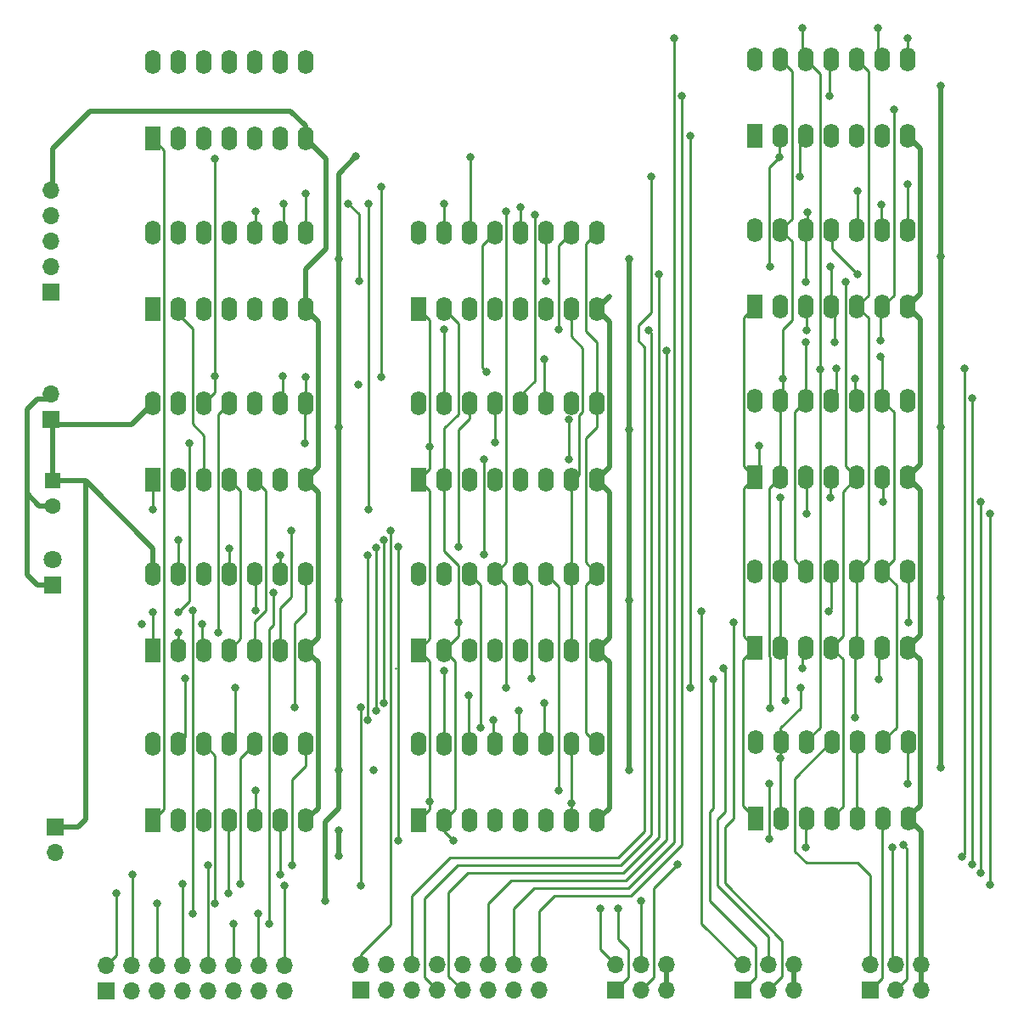
<source format=gbr>
%TF.GenerationSoftware,KiCad,Pcbnew,(5.1.9)-1*%
%TF.CreationDate,2022-04-24T21:01:57-04:00*%
%TF.ProjectId,exorcisortry2,65786f72-6369-4736-9f72-747279322e6b,rev?*%
%TF.SameCoordinates,Original*%
%TF.FileFunction,Copper,L2,Bot*%
%TF.FilePolarity,Positive*%
%FSLAX46Y46*%
G04 Gerber Fmt 4.6, Leading zero omitted, Abs format (unit mm)*
G04 Created by KiCad (PCBNEW (5.1.9)-1) date 2022-04-24 21:01:57*
%MOMM*%
%LPD*%
G01*
G04 APERTURE LIST*
%TA.AperFunction,ComponentPad*%
%ADD10O,1.700000X1.700000*%
%TD*%
%TA.AperFunction,ComponentPad*%
%ADD11R,1.700000X1.700000*%
%TD*%
%TA.AperFunction,ComponentPad*%
%ADD12R,1.800000X1.800000*%
%TD*%
%TA.AperFunction,ComponentPad*%
%ADD13C,1.800000*%
%TD*%
%TA.AperFunction,ComponentPad*%
%ADD14O,1.600000X2.400000*%
%TD*%
%TA.AperFunction,ComponentPad*%
%ADD15R,1.600000X2.400000*%
%TD*%
%TA.AperFunction,ComponentPad*%
%ADD16C,1.600000*%
%TD*%
%TA.AperFunction,ComponentPad*%
%ADD17R,1.600000X1.600000*%
%TD*%
%TA.AperFunction,ViaPad*%
%ADD18C,0.800000*%
%TD*%
%TA.AperFunction,Conductor*%
%ADD19C,0.500000*%
%TD*%
%TA.AperFunction,Conductor*%
%ADD20C,0.250000*%
%TD*%
G04 APERTURE END LIST*
D10*
%TO.P,J6,2*%
%TO.N,GND*%
X29210000Y-109220000D03*
D11*
%TO.P,J6,1*%
%TO.N,+5V*%
X29210000Y-106680000D03*
%TD*%
D12*
%TO.P,D1,1*%
%TO.N,GND*%
X28956000Y-82550000D03*
D13*
%TO.P,D1,2*%
%TO.N,Net-(D1-Pad2)*%
X28956000Y-80010000D03*
%TD*%
D10*
%TO.P,J5,5*%
%TO.N,GND*%
X28844000Y-43180000D03*
%TO.P,J5,4*%
%TO.N,CLOCK*%
X28844000Y-45720000D03*
%TO.P,J5,3*%
X28844000Y-48260000D03*
%TO.P,J5,2*%
%TO.N,START-STOP*%
X28844000Y-50800000D03*
D11*
%TO.P,J5,1*%
X28844000Y-53340000D03*
%TD*%
D10*
%TO.P,J4,2*%
%TO.N,GND*%
X28844000Y-63500000D03*
D11*
%TO.P,J4,1*%
%TO.N,+5V*%
X28844000Y-66040000D03*
%TD*%
D10*
%TO.P,J2T1,6*%
%TO.N,GND*%
X90170000Y-120396000D03*
%TO.P,J2T1,5*%
X90170000Y-122936000D03*
%TO.P,J2T1,4*%
%TO.N,J2-12*%
X87630000Y-120396000D03*
%TO.P,J2T1,3*%
%TO.N,J2-11*%
X87630000Y-122936000D03*
%TO.P,J2T1,2*%
%TO.N,J2-6*%
X85090000Y-120396000D03*
D11*
%TO.P,J2T1,1*%
%TO.N,J2-5*%
X85090000Y-122936000D03*
%TD*%
D10*
%TO.P,J2R1,6*%
%TO.N,GND*%
X102870000Y-120396000D03*
%TO.P,J2R1,5*%
X102870000Y-122936000D03*
%TO.P,J2R1,4*%
%TO.N,J2-14*%
X100330000Y-120396000D03*
%TO.P,J2R1,3*%
%TO.N,J2-13*%
X100330000Y-122936000D03*
%TO.P,J2R1,2*%
%TO.N,J2-4*%
X97790000Y-120396000D03*
D11*
%TO.P,J2R1,1*%
%TO.N,J2-3*%
X97790000Y-122936000D03*
%TD*%
D10*
%TO.P,J2N1,6*%
%TO.N,GND*%
X115570000Y-120396000D03*
%TO.P,J2N1,5*%
X115570000Y-122936000D03*
%TO.P,J2N1,4*%
%TO.N,J2-16*%
X113030000Y-120396000D03*
%TO.P,J2N1,3*%
%TO.N,J2-15*%
X113030000Y-122936000D03*
%TO.P,J2N1,2*%
%TO.N,J2-2*%
X110490000Y-120396000D03*
D11*
%TO.P,J2N1,1*%
%TO.N,J2-1*%
X110490000Y-122936000D03*
%TD*%
D14*
%TO.P,UA2,14*%
%TO.N,+5V*%
X99075000Y-98171000D03*
%TO.P,UA2,7*%
%TO.N,GND*%
X114315000Y-105791000D03*
%TO.P,UA2,13*%
%TO.N,Net-(UA2-Pad10)*%
X101615000Y-98171000D03*
%TO.P,UA2,6*%
%TO.N,J2-1*%
X111775000Y-105791000D03*
%TO.P,UA2,12*%
%TO.N,Net-(UA2-Pad12)*%
X104155000Y-98171000D03*
%TO.P,UA2,5*%
%TO.N,Net-(UA2-Pad10)*%
X109235000Y-105791000D03*
%TO.P,UA2,11*%
%TO.N,J2-2*%
X106695000Y-98171000D03*
%TO.P,UA2,4*%
%TO.N,Net-(UA2-Pad4)*%
X106695000Y-105791000D03*
%TO.P,UA2,10*%
%TO.N,Net-(UA2-Pad10)*%
X109235000Y-98171000D03*
%TO.P,UA2,3*%
%TO.N,J2-16*%
X104155000Y-105791000D03*
%TO.P,UA2,9*%
%TO.N,Net-(UA2-Pad9)*%
X111775000Y-98171000D03*
%TO.P,UA2,2*%
%TO.N,Net-(UA2-Pad10)*%
X101615000Y-105791000D03*
%TO.P,UA2,8*%
%TO.N,J2-15*%
X114315000Y-98171000D03*
D15*
%TO.P,UA2,1*%
%TO.N,Net-(UA2-Pad1)*%
X99075000Y-105791000D03*
%TD*%
D10*
%TO.P,J3,16*%
%TO.N,J3-16*%
X59690000Y-120396000D03*
%TO.P,J3,15*%
%TO.N,Net-(J3-Pad15)*%
X62230000Y-120396000D03*
%TO.P,J3,14*%
%TO.N,J3-14*%
X64770000Y-120396000D03*
%TO.P,J3,13*%
%TO.N,GND*%
X67310000Y-120396000D03*
%TO.P,J3,12*%
X69850000Y-120396000D03*
%TO.P,J3,11*%
%TO.N,J3-11*%
X72390000Y-120396000D03*
%TO.P,J3,10*%
%TO.N,J3-10*%
X74930000Y-120396000D03*
%TO.P,J3,9*%
%TO.N,J3-9*%
X77470000Y-120396000D03*
%TO.P,J3,8*%
%TO.N,GND*%
X77470000Y-122936000D03*
%TO.P,J3,7*%
X74930000Y-122936000D03*
%TO.P,J3,6*%
X72390000Y-122936000D03*
%TO.P,J3,5*%
%TO.N,J3-5*%
X69850000Y-122936000D03*
%TO.P,J3,4*%
%TO.N,J3-4*%
X67310000Y-122936000D03*
%TO.P,J3,3*%
%TO.N,GND*%
X64770000Y-122936000D03*
%TO.P,J3,2*%
X62230000Y-122936000D03*
D11*
%TO.P,J3,1*%
X59690000Y-122936000D03*
%TD*%
D14*
%TO.P,UB5,16*%
%TO.N,+5V*%
X65496000Y-47386000D03*
%TO.P,UB5,8*%
%TO.N,GND*%
X83276000Y-55006000D03*
%TO.P,UB5,15*%
%TO.N,Net-(UB5-Pad15)*%
X68036000Y-47386000D03*
%TO.P,UB5,7*%
%TO.N,Net-(UB2-Pad15)*%
X80736000Y-55006000D03*
%TO.P,UB5,14*%
%TO.N,Net-(UA3-Pad12)*%
X70576000Y-47386000D03*
%TO.P,UB5,6*%
%TO.N,Net-(UB5-Pad6)*%
X78196000Y-55006000D03*
%TO.P,UB5,13*%
%TO.N,Net-(UA2-Pad12)*%
X73116000Y-47386000D03*
%TO.P,UB5,5*%
%TO.N,Net-(UB5-Pad5)*%
X75656000Y-55006000D03*
%TO.P,UB5,12*%
%TO.N,Net-(UA5-Pad9)*%
X75656000Y-47386000D03*
%TO.P,UB5,4*%
%TO.N,Net-(UB5-Pad4)*%
X73116000Y-55006000D03*
%TO.P,UB5,11*%
%TO.N,Net-(UB5-Pad11)*%
X78196000Y-47386000D03*
%TO.P,UB5,3*%
%TO.N,Net-(UB5-Pad3)*%
X70576000Y-55006000D03*
%TO.P,UB5,10*%
%TO.N,Net-(UB4-Pad15)*%
X80736000Y-47386000D03*
%TO.P,UB5,2*%
%TO.N,Net-(UB2-Pad2)*%
X68036000Y-55006000D03*
%TO.P,UB5,9*%
%TO.N,Net-(R2-Pad1)*%
X83276000Y-47386000D03*
D15*
%TO.P,UB5,1*%
X65496000Y-55006000D03*
%TD*%
D10*
%TO.P,J1,16*%
%TO.N,Net-(J1-Pad16)*%
X34290000Y-120466000D03*
%TO.P,J1,15*%
%TO.N,Net-(J1-Pad15)*%
X36830000Y-120466000D03*
%TO.P,J1,14*%
%TO.N,Net-(J1-Pad14)*%
X39370000Y-120466000D03*
%TO.P,J1,13*%
%TO.N,Net-(J1-Pad13)*%
X41910000Y-120466000D03*
%TO.P,J1,12*%
%TO.N,Net-(J1-Pad12)*%
X44450000Y-120466000D03*
%TO.P,J1,11*%
%TO.N,Net-(J1-Pad11)*%
X46990000Y-120466000D03*
%TO.P,J1,10*%
%TO.N,Net-(J1-Pad10)*%
X49530000Y-120466000D03*
%TO.P,J1,9*%
%TO.N,Net-(J1-Pad9)*%
X52070000Y-120466000D03*
%TO.P,J1,8*%
%TO.N,GND*%
X52070000Y-123006000D03*
%TO.P,J1,7*%
X49530000Y-123006000D03*
%TO.P,J1,6*%
X46990000Y-123006000D03*
%TO.P,J1,5*%
X44450000Y-123006000D03*
%TO.P,J1,4*%
X41910000Y-123006000D03*
%TO.P,J1,3*%
X39370000Y-123006000D03*
%TO.P,J1,2*%
X36830000Y-123006000D03*
D11*
%TO.P,J1,1*%
X34290000Y-123006000D03*
%TD*%
D14*
%TO.P,UB3,16*%
%TO.N,+5V*%
X65496000Y-81386000D03*
%TO.P,UB3,8*%
%TO.N,GND*%
X83276000Y-89006000D03*
%TO.P,UB3,15*%
%TO.N,Net-(UB3-Pad15)*%
X68036000Y-81386000D03*
%TO.P,UB3,7*%
%TO.N,Net-(UB2-Pad15)*%
X80736000Y-89006000D03*
%TO.P,UB3,14*%
%TO.N,Net-(UB3-Pad14)*%
X70576000Y-81386000D03*
%TO.P,UB3,6*%
%TO.N,Net-(UB3-Pad6)*%
X78196000Y-89006000D03*
%TO.P,UB3,13*%
%TO.N,Net-(UB3-Pad13)*%
X73116000Y-81386000D03*
%TO.P,UB3,5*%
%TO.N,Net-(UB3-Pad5)*%
X75656000Y-89006000D03*
%TO.P,UB3,12*%
%TO.N,Net-(UB3-Pad12)*%
X75656000Y-81386000D03*
%TO.P,UB3,4*%
%TO.N,Net-(UB3-Pad4)*%
X73116000Y-89006000D03*
%TO.P,UB3,11*%
%TO.N,Net-(UB3-Pad11)*%
X78196000Y-81386000D03*
%TO.P,UB3,3*%
%TO.N,Net-(UB3-Pad3)*%
X70576000Y-89006000D03*
%TO.P,UB3,10*%
%TO.N,Net-(UB2-Pad15)*%
X80736000Y-81386000D03*
%TO.P,UB3,2*%
%TO.N,Net-(UB2-Pad2)*%
X68036000Y-89006000D03*
%TO.P,UB3,9*%
%TO.N,Net-(R2-Pad1)*%
X83276000Y-81386000D03*
D15*
%TO.P,UB3,1*%
X65496000Y-89006000D03*
%TD*%
D14*
%TO.P,UA5,14*%
%TO.N,+5V*%
X99052000Y-47132000D03*
%TO.P,UA5,7*%
%TO.N,GND*%
X114292000Y-54752000D03*
%TO.P,UA5,13*%
%TO.N,Net-(UA4-Pad10)*%
X101592000Y-47132000D03*
%TO.P,UA5,6*%
%TO.N,J3-11*%
X111752000Y-54752000D03*
%TO.P,UA5,12*%
%TO.N,Net-(UA2-Pad4)*%
X104132000Y-47132000D03*
%TO.P,UA5,5*%
%TO.N,Net-(UA3-Pad10)*%
X109212000Y-54752000D03*
%TO.P,UA5,11*%
%TO.N,J3-5*%
X106672000Y-47132000D03*
%TO.P,UA5,4*%
%TO.N,Net-(UA3-Pad12)*%
X106672000Y-54752000D03*
%TO.P,UA5,10*%
%TO.N,Net-(UA5-Pad10)*%
X109212000Y-47132000D03*
%TO.P,UA5,3*%
%TO.N,J3-4*%
X104132000Y-54752000D03*
%TO.P,UA5,9*%
%TO.N,Net-(UA5-Pad9)*%
X111752000Y-47132000D03*
%TO.P,UA5,2*%
%TO.N,Net-(UA3-Pad10)*%
X101592000Y-54752000D03*
%TO.P,UA5,8*%
%TO.N,Net-(UA5-Pad8)*%
X114292000Y-47132000D03*
D15*
%TO.P,UA5,1*%
%TO.N,Net-(UA2-Pad1)*%
X99052000Y-54752000D03*
%TD*%
D14*
%TO.P,UC6,14*%
%TO.N,+5V*%
X38996000Y-30386000D03*
%TO.P,UC6,7*%
%TO.N,GND*%
X54236000Y-38006000D03*
%TO.P,UC6,13*%
%TO.N,N/C*%
X41536000Y-30386000D03*
%TO.P,UC6,6*%
X51696000Y-38006000D03*
%TO.P,UC6,12*%
X44076000Y-30386000D03*
%TO.P,UC6,5*%
X49156000Y-38006000D03*
%TO.P,UC6,11*%
X46616000Y-30386000D03*
%TO.P,UC6,4*%
X46616000Y-38006000D03*
%TO.P,UC6,10*%
X49156000Y-30386000D03*
%TO.P,UC6,3*%
X44076000Y-38006000D03*
%TO.P,UC6,9*%
X51696000Y-30386000D03*
%TO.P,UC6,2*%
%TO.N,Net-(R1-Pad2)*%
X41536000Y-38006000D03*
%TO.P,UC6,8*%
%TO.N,N/C*%
X54236000Y-30386000D03*
D15*
%TO.P,UC6,1*%
%TO.N,Net-(C2-Pad2)*%
X38996000Y-38006000D03*
%TD*%
D14*
%TO.P,UC5,14*%
%TO.N,+5V*%
X38996000Y-47386000D03*
%TO.P,UC5,7*%
%TO.N,GND*%
X54236000Y-55006000D03*
%TO.P,UC5,13*%
%TO.N,N/C*%
X41536000Y-47386000D03*
%TO.P,UC5,6*%
X51696000Y-55006000D03*
%TO.P,UC5,12*%
X44076000Y-47386000D03*
%TO.P,UC5,5*%
X49156000Y-55006000D03*
%TO.P,UC5,11*%
X46616000Y-47386000D03*
%TO.P,UC5,4*%
X46616000Y-55006000D03*
%TO.P,UC5,10*%
%TO.N,Net-(UB3-Pad13)*%
X49156000Y-47386000D03*
%TO.P,UC5,3*%
%TO.N,START-STOP*%
X44076000Y-55006000D03*
%TO.P,UC5,9*%
%TO.N,Net-(UB5-Pad11)*%
X51696000Y-47386000D03*
%TO.P,UC5,2*%
%TO.N,Net-(UC4-Pad3)*%
X41536000Y-55006000D03*
%TO.P,UC5,8*%
%TO.N,Net-(UA5-Pad10)*%
X54236000Y-47386000D03*
D15*
%TO.P,UC5,1*%
%TO.N,Net-(UC4-Pad3)*%
X38996000Y-55006000D03*
%TD*%
D14*
%TO.P,UC4,14*%
%TO.N,+5V*%
X38996000Y-64386000D03*
%TO.P,UC4,7*%
%TO.N,GND*%
X54236000Y-72006000D03*
%TO.P,UC4,13*%
%TO.N,Net-(R2-Pad1)*%
X41536000Y-64386000D03*
%TO.P,UC4,6*%
%TO.N,Net-(UC4-Pad6)*%
X51696000Y-72006000D03*
%TO.P,UC4,12*%
%TO.N,Net-(R1-Pad2)*%
X44076000Y-64386000D03*
%TO.P,UC4,5*%
%TO.N,Net-(UC2-Pad5)*%
X49156000Y-72006000D03*
%TO.P,UC4,11*%
%TO.N,Net-(UC2-Pad2)*%
X46616000Y-64386000D03*
%TO.P,UC4,4*%
%TO.N,Net-(UC2-Pad4)*%
X46616000Y-72006000D03*
%TO.P,UC4,10*%
%TO.N,Net-(R2-Pad1)*%
X49156000Y-64386000D03*
%TO.P,UC4,3*%
%TO.N,Net-(UC4-Pad3)*%
X44076000Y-72006000D03*
%TO.P,UC4,9*%
%TO.N,Net-(R1-Pad2)*%
X51696000Y-64386000D03*
%TO.P,UC4,2*%
%TO.N,Net-(UC4-Pad2)*%
X41536000Y-72006000D03*
%TO.P,UC4,8*%
%TO.N,Net-(UA5-Pad8)*%
X54236000Y-64386000D03*
D15*
%TO.P,UC4,1*%
%TO.N,Net-(UB5-Pad15)*%
X38996000Y-72006000D03*
%TD*%
D14*
%TO.P,UC3,14*%
%TO.N,+5V*%
X38996000Y-98386000D03*
%TO.P,UC3,7*%
%TO.N,GND*%
X54236000Y-106006000D03*
%TO.P,UC3,13*%
%TO.N,Net-(UB3-Pad12)*%
X41536000Y-98386000D03*
%TO.P,UC3,6*%
%TO.N,Net-(J1-Pad15)*%
X51696000Y-106006000D03*
%TO.P,UC3,12*%
%TO.N,Net-(J1-Pad14)*%
X44076000Y-98386000D03*
%TO.P,UC3,5*%
%TO.N,Net-(UB3-Pad11)*%
X49156000Y-106006000D03*
%TO.P,UC3,11*%
%TO.N,Net-(UB3-Pad13)*%
X46616000Y-98386000D03*
%TO.P,UC3,4*%
%TO.N,Net-(J1-Pad16)*%
X46616000Y-106006000D03*
%TO.P,UC3,10*%
%TO.N,Net-(J1-Pad13)*%
X49156000Y-98386000D03*
%TO.P,UC3,3*%
%TO.N,Net-(UB4-Pad14)*%
X44076000Y-106006000D03*
%TO.P,UC3,9*%
%TO.N,Net-(UB3-Pad14)*%
X51696000Y-98386000D03*
%TO.P,UC3,2*%
%TO.N,Net-(UB2-Pad2)*%
X41536000Y-106006000D03*
%TO.P,UC3,8*%
%TO.N,Net-(J1-Pad12)*%
X54236000Y-98386000D03*
D15*
%TO.P,UC3,1*%
%TO.N,Net-(C2-Pad2)*%
X38996000Y-106006000D03*
%TD*%
D14*
%TO.P,UC2,14*%
%TO.N,+5V*%
X38996000Y-81386000D03*
%TO.P,UC2,7*%
%TO.N,GND*%
X54236000Y-89006000D03*
%TO.P,UC2,13*%
%TO.N,Net-(UA3-Pad13)*%
X41536000Y-81386000D03*
%TO.P,UC2,6*%
%TO.N,J3-16*%
X51696000Y-89006000D03*
%TO.P,UC2,12*%
%TO.N,Net-(J1-Pad11)*%
X44076000Y-81386000D03*
%TO.P,UC2,5*%
%TO.N,Net-(UC2-Pad5)*%
X49156000Y-89006000D03*
%TO.P,UC2,11*%
%TO.N,Net-(UA4-Pad10)*%
X46616000Y-81386000D03*
%TO.P,UC2,4*%
%TO.N,Net-(UC2-Pad4)*%
X46616000Y-89006000D03*
%TO.P,UC2,10*%
%TO.N,Net-(J1-Pad10)*%
X49156000Y-81386000D03*
%TO.P,UC2,3*%
%TO.N,Net-(UB5-Pad15)*%
X44076000Y-89006000D03*
%TO.P,UC2,9*%
%TO.N,Net-(UA3-Pad10)*%
X51696000Y-81386000D03*
%TO.P,UC2,2*%
%TO.N,Net-(UC2-Pad2)*%
X41536000Y-89006000D03*
%TO.P,UC2,8*%
%TO.N,Net-(J1-Pad9)*%
X54236000Y-81386000D03*
D15*
%TO.P,UC2,1*%
%TO.N,Net-(UA5-Pad8)*%
X38996000Y-89006000D03*
%TD*%
D14*
%TO.P,UB4,16*%
%TO.N,+5V*%
X65496000Y-64386000D03*
%TO.P,UB4,8*%
%TO.N,GND*%
X83276000Y-72006000D03*
%TO.P,UB4,15*%
%TO.N,Net-(UB4-Pad15)*%
X68036000Y-64386000D03*
%TO.P,UB4,7*%
%TO.N,Net-(UB2-Pad15)*%
X80736000Y-72006000D03*
%TO.P,UB4,14*%
%TO.N,Net-(UB4-Pad14)*%
X70576000Y-64386000D03*
%TO.P,UB4,6*%
%TO.N,Net-(UB4-Pad6)*%
X78196000Y-72006000D03*
%TO.P,UB4,13*%
%TO.N,Net-(UA2-Pad1)*%
X73116000Y-64386000D03*
%TO.P,UB4,5*%
%TO.N,Net-(UB4-Pad5)*%
X75656000Y-72006000D03*
%TO.P,UB4,12*%
%TO.N,Net-(UA2-Pad4)*%
X75656000Y-64386000D03*
%TO.P,UB4,4*%
%TO.N,Net-(UB4-Pad4)*%
X73116000Y-72006000D03*
%TO.P,UB4,11*%
%TO.N,Net-(UA2-Pad9)*%
X78196000Y-64386000D03*
%TO.P,UB4,3*%
%TO.N,Net-(UB4-Pad3)*%
X70576000Y-72006000D03*
%TO.P,UB4,10*%
%TO.N,Net-(UB3-Pad15)*%
X80736000Y-64386000D03*
%TO.P,UB4,2*%
%TO.N,Net-(UB2-Pad2)*%
X68036000Y-72006000D03*
%TO.P,UB4,9*%
%TO.N,Net-(R2-Pad1)*%
X83276000Y-64386000D03*
D15*
%TO.P,UB4,1*%
X65496000Y-72006000D03*
%TD*%
D14*
%TO.P,UB2,16*%
%TO.N,+5V*%
X65496000Y-98386000D03*
%TO.P,UB2,8*%
%TO.N,GND*%
X83276000Y-106006000D03*
%TO.P,UB2,15*%
%TO.N,Net-(UB2-Pad15)*%
X68036000Y-98386000D03*
%TO.P,UB2,7*%
%TO.N,Net-(R2-Pad1)*%
X80736000Y-106006000D03*
%TO.P,UB2,14*%
%TO.N,Net-(UA2-Pad10)*%
X70576000Y-98386000D03*
%TO.P,UB2,6*%
%TO.N,Net-(UB2-Pad6)*%
X78196000Y-106006000D03*
%TO.P,UB2,13*%
%TO.N,Net-(UA3-Pad10)*%
X73116000Y-98386000D03*
%TO.P,UB2,5*%
%TO.N,Net-(UB2-Pad5)*%
X75656000Y-106006000D03*
%TO.P,UB2,12*%
%TO.N,Net-(UA4-Pad10)*%
X75656000Y-98386000D03*
%TO.P,UB2,4*%
%TO.N,Net-(UB2-Pad4)*%
X73116000Y-106006000D03*
%TO.P,UB2,11*%
%TO.N,Net-(UA3-Pad13)*%
X78196000Y-98386000D03*
%TO.P,UB2,3*%
%TO.N,Net-(UB2-Pad3)*%
X70576000Y-106006000D03*
%TO.P,UB2,10*%
%TO.N,Net-(R2-Pad1)*%
X80736000Y-98386000D03*
%TO.P,UB2,2*%
%TO.N,Net-(UB2-Pad2)*%
X68036000Y-106006000D03*
%TO.P,UB2,9*%
%TO.N,Net-(R2-Pad1)*%
X83276000Y-98386000D03*
D15*
%TO.P,UB2,1*%
X65496000Y-106006000D03*
%TD*%
%TO.P,UA6,1*%
%TO.N,Net-(UA2-Pad10)*%
X99052000Y-37752000D03*
D14*
%TO.P,UA6,8*%
%TO.N,J3-10*%
X114292000Y-30132000D03*
%TO.P,UA6,2*%
%TO.N,Net-(UA3-Pad12)*%
X101592000Y-37752000D03*
%TO.P,UA6,9*%
%TO.N,Net-(UA2-Pad12)*%
X111752000Y-30132000D03*
%TO.P,UA6,3*%
%TO.N,J3-14*%
X104132000Y-37752000D03*
%TO.P,UA6,10*%
%TO.N,Net-(UA3-Pad10)*%
X109212000Y-30132000D03*
%TO.P,UA6,4*%
%TO.N,N/C*%
X106672000Y-37752000D03*
%TO.P,UA6,11*%
%TO.N,J3-9*%
X106672000Y-30132000D03*
%TO.P,UA6,5*%
%TO.N,N/C*%
X109212000Y-37752000D03*
%TO.P,UA6,12*%
%TO.N,Net-(UA2-Pad12)*%
X104132000Y-30132000D03*
%TO.P,UA6,6*%
%TO.N,N/C*%
X111752000Y-37752000D03*
%TO.P,UA6,13*%
%TO.N,Net-(UA4-Pad10)*%
X101592000Y-30132000D03*
%TO.P,UA6,7*%
%TO.N,GND*%
X114292000Y-37752000D03*
%TO.P,UA6,14*%
%TO.N,+5V*%
X99052000Y-30132000D03*
%TD*%
%TO.P,UA4,14*%
%TO.N,+5V*%
X99052000Y-64132000D03*
%TO.P,UA4,7*%
%TO.N,GND*%
X114292000Y-71752000D03*
%TO.P,UA4,13*%
%TO.N,Net-(UA4-Pad10)*%
X101592000Y-64132000D03*
%TO.P,UA4,6*%
%TO.N,J2-5*%
X111752000Y-71752000D03*
%TO.P,UA4,12*%
%TO.N,Net-(UA3-Pad12)*%
X104132000Y-64132000D03*
%TO.P,UA4,5*%
%TO.N,Net-(UA2-Pad4)*%
X109212000Y-71752000D03*
%TO.P,UA4,11*%
%TO.N,J2-6*%
X106672000Y-64132000D03*
%TO.P,UA4,4*%
%TO.N,Net-(UA3-Pad13)*%
X106672000Y-71752000D03*
%TO.P,UA4,10*%
%TO.N,Net-(UA4-Pad10)*%
X109212000Y-64132000D03*
%TO.P,UA4,3*%
%TO.N,J2-12*%
X104132000Y-71752000D03*
%TO.P,UA4,9*%
%TO.N,Net-(UA2-Pad9)*%
X111752000Y-64132000D03*
%TO.P,UA4,2*%
%TO.N,Net-(UA4-Pad10)*%
X101592000Y-71752000D03*
%TO.P,UA4,8*%
%TO.N,J2-11*%
X114292000Y-64132000D03*
D15*
%TO.P,UA4,1*%
%TO.N,Net-(UA2-Pad1)*%
X99052000Y-71752000D03*
%TD*%
D14*
%TO.P,UA3,14*%
%TO.N,+5V*%
X99052000Y-81132000D03*
%TO.P,UA3,7*%
%TO.N,GND*%
X114292000Y-88752000D03*
%TO.P,UA3,13*%
%TO.N,Net-(UA3-Pad13)*%
X101592000Y-81132000D03*
%TO.P,UA3,6*%
%TO.N,J2-3*%
X111752000Y-88752000D03*
%TO.P,UA3,12*%
%TO.N,Net-(UA3-Pad12)*%
X104132000Y-81132000D03*
%TO.P,UA3,5*%
%TO.N,Net-(UA3-Pad10)*%
X109212000Y-88752000D03*
%TO.P,UA3,11*%
%TO.N,J2-4*%
X106672000Y-81132000D03*
%TO.P,UA3,4*%
%TO.N,Net-(UA2-Pad4)*%
X106672000Y-88752000D03*
%TO.P,UA3,10*%
%TO.N,Net-(UA3-Pad10)*%
X109212000Y-81132000D03*
%TO.P,UA3,3*%
%TO.N,J2-14*%
X104132000Y-88752000D03*
%TO.P,UA3,9*%
%TO.N,Net-(UA2-Pad9)*%
X111752000Y-81132000D03*
%TO.P,UA3,2*%
%TO.N,Net-(UA3-Pad13)*%
X101592000Y-88752000D03*
%TO.P,UA3,8*%
%TO.N,J2-13*%
X114292000Y-81132000D03*
D15*
%TO.P,UA3,1*%
%TO.N,Net-(UA2-Pad1)*%
X99052000Y-88752000D03*
%TD*%
D16*
%TO.P,C3,2*%
%TO.N,GND*%
X28956000Y-74636000D03*
D17*
%TO.P,C3,1*%
%TO.N,+5V*%
X28956000Y-72136000D03*
%TD*%
D18*
%TO.N,+5V*%
X60996000Y-101006000D03*
X117552000Y-32752000D03*
X117552000Y-49752000D03*
X117552000Y-66752000D03*
X117552000Y-83752000D03*
X117552000Y-100752000D03*
X86496000Y-50006000D03*
X86496000Y-67006000D03*
X86496000Y-84006000D03*
X86496000Y-101006000D03*
X57496000Y-66756000D03*
X57496000Y-84006000D03*
X57496000Y-50006000D03*
X59246000Y-39756000D03*
X57496000Y-101006000D03*
X56134000Y-114046000D03*
%TO.N,GND*%
X57496000Y-109506000D03*
X57496000Y-107006000D03*
%TO.N,Net-(J1-Pad16)*%
X46496000Y-113270000D03*
X35320000Y-113270000D03*
%TO.N,Net-(J1-Pad15)*%
X51706000Y-111362000D03*
X36974000Y-111362000D03*
%TO.N,Net-(J1-Pad14)*%
X45201010Y-114260990D03*
X39409010Y-114260990D03*
%TO.N,Net-(J1-Pad13)*%
X47741010Y-112278990D03*
X41920990Y-112278990D03*
%TO.N,Net-(J1-Pad12)*%
X52836000Y-110486000D03*
X44454000Y-110486000D03*
%TO.N,Net-(J1-Pad11)*%
X50996000Y-83256000D03*
X50570990Y-116307010D03*
X47014990Y-116307010D03*
%TO.N,Net-(J1-Pad10)*%
X42950990Y-85051010D03*
X49200990Y-85051010D03*
X42950990Y-115291010D03*
X49505010Y-115291010D03*
%TO.N,Net-(J1-Pad9)*%
X53086000Y-94742000D03*
X59690000Y-94742000D03*
X59690000Y-112522000D03*
X52070000Y-112522000D03*
%TO.N,Net-(R1-Pad2)*%
X45201010Y-40050990D03*
X45201010Y-61711010D03*
X51951010Y-61711010D03*
%TO.N,Net-(R2-Pad1)*%
X66621010Y-68756000D03*
X66621010Y-104131010D03*
X80736000Y-104246000D03*
%TO.N,Net-(UA2-Pad10)*%
X101552000Y-99752000D03*
X103552000Y-92752000D03*
X92552000Y-92752000D03*
X92552000Y-37752000D03*
X70516009Y-93485991D03*
%TO.N,Net-(UA2-Pad12)*%
X103797010Y-26997010D03*
X111306990Y-26997010D03*
X105546990Y-61007010D03*
X72251010Y-61261010D03*
%TO.N,Net-(UA2-Pad4)*%
X77070990Y-45580990D03*
X104227010Y-45326990D03*
X108086990Y-52286990D03*
X104086990Y-52286990D03*
%TO.N,Net-(UA2-Pad9)*%
X111552000Y-59752000D03*
X77996000Y-60006000D03*
%TO.N,Net-(UA2-Pad1)*%
X73116000Y-68256000D03*
X99432000Y-68632000D03*
%TO.N,Net-(UA3-Pad13)*%
X41536000Y-78046000D03*
X61996000Y-78006000D03*
X61996000Y-94256000D03*
X77996000Y-94256000D03*
X102052000Y-94002000D03*
X101592000Y-73792000D03*
X106512000Y-73792000D03*
%TO.N,Net-(UA3-Pad12)*%
X101472000Y-39832000D03*
X104132000Y-58332000D03*
X106972000Y-58332000D03*
X106552000Y-50752000D03*
X100552000Y-50752000D03*
X70658000Y-39832000D03*
%TO.N,Net-(UA3-Pad10)*%
X51696000Y-79556000D03*
X60446000Y-79556000D03*
X60446000Y-95956000D03*
X72946000Y-95956000D03*
X109002000Y-95702000D03*
%TO.N,Net-(UA4-Pad10)*%
X46616000Y-78876000D03*
X61246000Y-78756000D03*
X61246000Y-95006000D03*
X75496000Y-95006000D03*
X100552000Y-94752000D03*
X101802000Y-61917010D03*
X108967010Y-61917010D03*
%TO.N,Net-(UA5-Pad10)*%
X54236000Y-43516000D03*
X109292000Y-43262000D03*
%TO.N,Net-(UA5-Pad9)*%
X75656000Y-44846000D03*
X111642000Y-44592000D03*
%TO.N,Net-(UA5-Pad8)*%
X38996000Y-85256000D03*
X41496000Y-85256000D03*
X42661010Y-68340990D03*
X54161010Y-68340990D03*
X54236000Y-61766000D03*
X61756000Y-61766000D03*
X61756000Y-42766000D03*
X114292000Y-42512000D03*
%TO.N,Net-(UB2-Pad15)*%
X68036000Y-91046000D03*
%TO.N,Net-(UB2-Pad2)*%
X69450990Y-86210990D03*
X68996000Y-108006000D03*
%TO.N,Net-(UB3-Pad15)*%
X80496000Y-66006000D03*
X80496000Y-70006000D03*
X71996000Y-70006000D03*
X71990990Y-79500990D03*
%TO.N,Net-(UB3-Pad14)*%
X71701010Y-96711010D03*
%TO.N,Net-(UB3-Pad13)*%
X74241010Y-92760990D03*
X47241010Y-92760990D03*
X74241010Y-45251010D03*
X49241010Y-45251010D03*
%TO.N,Net-(UB3-Pad12)*%
X76781010Y-91791010D03*
X42210990Y-91791010D03*
%TO.N,Net-(UB3-Pad11)*%
X79496000Y-103006000D03*
X49246000Y-103006000D03*
%TO.N,Net-(UB4-Pad15)*%
X68036000Y-57046000D03*
X79456000Y-57046000D03*
%TO.N,Net-(UB4-Pad14)*%
X69450990Y-78710990D03*
X63454990Y-78710990D03*
X63454990Y-107960990D03*
%TO.N,Net-(UB5-Pad15)*%
X37870990Y-86380990D03*
X43870990Y-86380990D03*
X67996000Y-44506000D03*
X60496000Y-44506000D03*
X60496000Y-75006000D03*
X38996000Y-75006000D03*
%TO.N,Net-(UB5-Pad11)*%
X78196000Y-52206000D03*
X59546000Y-52206000D03*
X58496000Y-44506000D03*
X51996000Y-44506000D03*
%TO.N,Net-(UC2-Pad2)*%
X41496000Y-87256000D03*
X59496000Y-62506000D03*
X45490990Y-87250990D03*
%TO.N,J2-16*%
X104132000Y-108704000D03*
X112768000Y-108704000D03*
%TO.N,J2-15*%
X100466990Y-102337010D03*
X114216990Y-102337010D03*
X100466990Y-107813010D03*
X113792000Y-108458000D03*
%TO.N,J2-14*%
X95852000Y-90802000D03*
X103752000Y-90802000D03*
%TO.N,J2-13*%
X114302000Y-86252000D03*
X96882000Y-86252000D03*
%TO.N,J2-12*%
X122432000Y-112382000D03*
X122432000Y-75382000D03*
X104182000Y-75382000D03*
X87630000Y-114046000D03*
%TO.N,J2-11*%
X120722000Y-110332000D03*
X120722000Y-63922000D03*
X91282000Y-110332000D03*
%TO.N,J2-6*%
X119717010Y-109586990D03*
X119952000Y-60952000D03*
X107136990Y-60917010D03*
X83566000Y-114808000D03*
%TO.N,J2-5*%
X121557010Y-111257010D03*
X121557010Y-74257010D03*
X111807010Y-74257010D03*
X85344000Y-114808000D03*
%TO.N,J2-4*%
X93652001Y-85151999D03*
X106402001Y-85151999D03*
%TO.N,J2-3*%
X94902001Y-91901999D03*
X111402001Y-91901999D03*
%TO.N,J3-16*%
X52821010Y-77081010D03*
X62670990Y-77081010D03*
%TO.N,J3-14*%
X88646000Y-41783000D03*
X103505000Y-41783000D03*
%TO.N,J3-11*%
X112877010Y-35077010D03*
X90170000Y-59182000D03*
X111506000Y-58166000D03*
%TO.N,J3-10*%
X114292000Y-27948000D03*
X90940000Y-27948000D03*
%TO.N,J3-9*%
X91694000Y-33782000D03*
X106426000Y-33782000D03*
%TO.N,J3-5*%
X89408000Y-51562000D03*
X109219989Y-51561989D03*
%TO.N,J3-4*%
X88392000Y-57150000D03*
X104140000Y-57150000D03*
%TD*%
D19*
%TO.N,+5V*%
X86496000Y-101006000D02*
X86496000Y-101006000D01*
X38996000Y-81386000D02*
X38876000Y-81386000D01*
X38996000Y-64386000D02*
X38876000Y-64386000D01*
X38996000Y-47386000D02*
X38876000Y-47386000D01*
X57496000Y-67006000D02*
X57496000Y-66756000D01*
X57496000Y-84006000D02*
X57496000Y-84006000D01*
X57496000Y-50006000D02*
X57496000Y-50006000D01*
X57496000Y-101006000D02*
X57496000Y-101006000D01*
X117552000Y-100752000D02*
X117552000Y-83752000D01*
X117552000Y-83752000D02*
X117552000Y-66752000D01*
X117552000Y-66752000D02*
X117552000Y-49752000D01*
X117552000Y-49752000D02*
X117552000Y-32752000D01*
X86496000Y-50006000D02*
X86496000Y-67006000D01*
X86496000Y-67006000D02*
X86496000Y-84006000D01*
X86496000Y-84006000D02*
X86496000Y-101006000D01*
X57496000Y-50006000D02*
X57496000Y-66756000D01*
X57496000Y-66756000D02*
X57496000Y-84006000D01*
X57496000Y-84006000D02*
X57496000Y-101006000D01*
X57496000Y-41506000D02*
X59246000Y-39756000D01*
X57496000Y-50006000D02*
X57496000Y-41506000D01*
X38996000Y-78874000D02*
X38996000Y-81386000D01*
X32258000Y-72136000D02*
X38996000Y-78874000D01*
X28956000Y-66660000D02*
X28844000Y-66548000D01*
X28956000Y-72136000D02*
X28956000Y-66660000D01*
X36834000Y-66548000D02*
X38996000Y-64386000D01*
X28844000Y-66548000D02*
X36834000Y-66548000D01*
X57496000Y-101006000D02*
X57496000Y-104810000D01*
X57496000Y-104810000D02*
X56134000Y-106172000D01*
X56134000Y-106172000D02*
X56134000Y-114046000D01*
X56134000Y-114046000D02*
X56134000Y-114046000D01*
X28956000Y-72136000D02*
X32258000Y-72136000D01*
X32258000Y-72136000D02*
X32258000Y-105918000D01*
X31496000Y-106680000D02*
X32258000Y-105918000D01*
X29210000Y-106680000D02*
X31496000Y-106680000D01*
%TO.N,GND*%
X83713500Y-105568500D02*
X83276000Y-106006000D01*
X55486010Y-90256010D02*
X54236000Y-89006000D01*
X55486010Y-104755990D02*
X55486010Y-90256010D01*
X54236000Y-106006000D02*
X55486010Y-104755990D01*
X55486010Y-73256010D02*
X54236000Y-72006000D01*
X55486010Y-87755990D02*
X55486010Y-73256010D01*
X54236000Y-89006000D02*
X55486010Y-87755990D01*
X55486010Y-56256010D02*
X54236000Y-55006000D01*
X55486010Y-70755990D02*
X55486010Y-56256010D01*
X54236000Y-72006000D02*
X55486010Y-70755990D01*
X54236000Y-55006000D02*
X54236000Y-51016000D01*
X54236000Y-51016000D02*
X56246000Y-49006000D01*
X56246000Y-40016000D02*
X54236000Y-38006000D01*
X56246000Y-49006000D02*
X56246000Y-40016000D01*
X84526010Y-90256010D02*
X83276000Y-89006000D01*
X84526010Y-104755990D02*
X84526010Y-90256010D01*
X83276000Y-106006000D02*
X84526010Y-104755990D01*
X84526010Y-73256010D02*
X83276000Y-72006000D01*
X84526010Y-87755990D02*
X84526010Y-73256010D01*
X83276000Y-89006000D02*
X84526010Y-87755990D01*
X84526010Y-56256010D02*
X83276000Y-55006000D01*
X84526010Y-70755990D02*
X84526010Y-56256010D01*
X83276000Y-72006000D02*
X84526010Y-70755990D01*
X114552000Y-106012000D02*
X114292000Y-105752000D01*
X115542010Y-90002010D02*
X114292000Y-88752000D01*
X115542010Y-104501990D02*
X115542010Y-90002010D01*
X114292000Y-105752000D02*
X115542010Y-104501990D01*
X115542010Y-73002010D02*
X114292000Y-71752000D01*
X115542010Y-87501990D02*
X115542010Y-73002010D01*
X114292000Y-88752000D02*
X115542010Y-87501990D01*
X115542010Y-56002010D02*
X114292000Y-54752000D01*
X115542010Y-70501990D02*
X115542010Y-56002010D01*
X114292000Y-71752000D02*
X115542010Y-70501990D01*
X115542010Y-39002010D02*
X114292000Y-37752000D01*
X115542010Y-53501990D02*
X115542010Y-39002010D01*
X114292000Y-54752000D02*
X115542010Y-53501990D01*
X54236000Y-38006000D02*
X54236000Y-36746000D01*
X54236000Y-36746000D02*
X52746000Y-35256000D01*
X32746000Y-35256000D02*
X28996000Y-39006000D01*
X52746000Y-35256000D02*
X32746000Y-35256000D01*
X57496000Y-107006000D02*
X57496000Y-107006000D01*
X83276000Y-55006000D02*
X84526010Y-53755990D01*
X28996000Y-43536000D02*
X28844000Y-43688000D01*
X28996000Y-39006000D02*
X28996000Y-43536000D01*
X57496000Y-109506000D02*
X57496000Y-107006000D01*
X28844000Y-64008000D02*
X27432000Y-64008000D01*
X27432000Y-64008000D02*
X26416000Y-65024000D01*
X27432000Y-82550000D02*
X28956000Y-82550000D01*
X26416000Y-81534000D02*
X27432000Y-82550000D01*
X27646000Y-74636000D02*
X26416000Y-73406000D01*
X28956000Y-74636000D02*
X27646000Y-74636000D01*
X26416000Y-73406000D02*
X26416000Y-81534000D01*
X26416000Y-65024000D02*
X26416000Y-73406000D01*
X115570000Y-122936000D02*
X115570000Y-120396000D01*
X102870000Y-122936000D02*
X102870000Y-120396000D01*
X90170000Y-122936000D02*
X90170000Y-120396000D01*
X115570000Y-107046000D02*
X114315000Y-105791000D01*
X115570000Y-120396000D02*
X115570000Y-107046000D01*
D20*
%TO.N,Net-(J1-Pad16)*%
X46496000Y-106126000D02*
X46616000Y-106006000D01*
X46496000Y-112756000D02*
X46496000Y-112756000D01*
X46496000Y-112756000D02*
X46496000Y-106126000D01*
X46496000Y-112756000D02*
X46496000Y-113270000D01*
X35320000Y-119436000D02*
X34290000Y-120466000D01*
X35320000Y-113270000D02*
X35320000Y-119436000D01*
%TO.N,Net-(J1-Pad15)*%
X51706000Y-106016000D02*
X51696000Y-106006000D01*
X51706000Y-111362000D02*
X51706000Y-106016000D01*
X36974000Y-120322000D02*
X36830000Y-120466000D01*
X36974000Y-111362000D02*
X36974000Y-120322000D01*
%TO.N,Net-(J1-Pad14)*%
X45201010Y-99511010D02*
X44076000Y-98386000D01*
X45201010Y-114260990D02*
X45201010Y-114260990D01*
X45201010Y-114260990D02*
X45201010Y-114260990D01*
X45201010Y-114260990D02*
X45201010Y-99511010D01*
X39409010Y-120426990D02*
X39370000Y-120466000D01*
X39409010Y-114260990D02*
X39409010Y-120426990D01*
%TO.N,Net-(J1-Pad13)*%
X47741010Y-99800990D02*
X49156000Y-98386000D01*
X47741010Y-112278990D02*
X47741010Y-99800990D01*
X41920990Y-120455010D02*
X41910000Y-120466000D01*
X41920990Y-112278990D02*
X41920990Y-120455010D01*
%TO.N,Net-(J1-Pad12)*%
X54236000Y-100516000D02*
X54236000Y-98386000D01*
X52836000Y-101916000D02*
X54236000Y-100516000D01*
X52836000Y-110486000D02*
X52836000Y-101916000D01*
X44454000Y-120462000D02*
X44450000Y-120466000D01*
X44454000Y-110486000D02*
X44454000Y-120462000D01*
%TO.N,Net-(J1-Pad11)*%
X50996000Y-86506000D02*
X50996000Y-83256000D01*
X50570990Y-86931010D02*
X50996000Y-86506000D01*
X50570990Y-114260990D02*
X50570990Y-115799010D01*
X50570990Y-114260990D02*
X50570990Y-86931010D01*
X50570990Y-115799010D02*
X50570990Y-116307010D01*
X47014990Y-120441010D02*
X46990000Y-120466000D01*
X47014990Y-116307010D02*
X47014990Y-120441010D01*
%TO.N,Net-(J1-Pad10)*%
X42950990Y-85051010D02*
X42950990Y-85051010D01*
X49200990Y-81430990D02*
X49156000Y-81386000D01*
X49200990Y-85051010D02*
X49200990Y-81430990D01*
X42950990Y-111571010D02*
X42950990Y-111571010D01*
X42950990Y-111571010D02*
X42950990Y-85051010D01*
X42950990Y-111571010D02*
X42950990Y-114275010D01*
X42950990Y-114275010D02*
X42950990Y-115291010D01*
X49505010Y-120441010D02*
X49530000Y-120466000D01*
X49505010Y-115291010D02*
X49505010Y-120441010D01*
%TO.N,Net-(J1-Pad9)*%
X54271001Y-81421001D02*
X54236000Y-81386000D01*
X54236000Y-81386000D02*
X54236000Y-85210000D01*
X54236000Y-85210000D02*
X53086000Y-86360000D01*
X53086000Y-86360000D02*
X53086000Y-88392000D01*
X53086000Y-88392000D02*
X53086000Y-92202000D01*
X53086000Y-92202000D02*
X53086000Y-94742000D01*
X53086000Y-94742000D02*
X53086000Y-94742000D01*
X59690000Y-94742000D02*
X59690000Y-96273002D01*
X59690000Y-96273002D02*
X59690000Y-112522000D01*
X59690000Y-112522000D02*
X59690000Y-112522000D01*
X52070000Y-120466000D02*
X52070000Y-112522000D01*
%TO.N,Net-(R1-Pad2)*%
X45201010Y-63260990D02*
X45201010Y-61711010D01*
X44076000Y-64386000D02*
X45201010Y-63260990D01*
X45201010Y-40050990D02*
X45201010Y-40050990D01*
X45201010Y-61711010D02*
X45201010Y-40050990D01*
X51951010Y-64130990D02*
X51696000Y-64386000D01*
X51951010Y-61711010D02*
X51951010Y-64130990D01*
%TO.N,Net-(R2-Pad1)*%
X66621010Y-90131010D02*
X65496000Y-89006000D01*
X66621010Y-104880990D02*
X66621010Y-104131010D01*
X65496000Y-106006000D02*
X66621010Y-104880990D01*
X66621010Y-73131010D02*
X65496000Y-72006000D01*
X66621010Y-87880990D02*
X66621010Y-73131010D01*
X65496000Y-89006000D02*
X66621010Y-87880990D01*
X66621010Y-56131010D02*
X65496000Y-55006000D01*
X66621010Y-70880990D02*
X66621010Y-66631010D01*
X65496000Y-72006000D02*
X66621010Y-70880990D01*
X80736000Y-98386000D02*
X80736000Y-104246000D01*
X66621010Y-66631010D02*
X66621010Y-56131010D01*
X66621010Y-104131010D02*
X66621010Y-90131010D01*
X80736000Y-104246000D02*
X80736000Y-106006000D01*
X82150990Y-97260990D02*
X83276000Y-98386000D01*
X82150990Y-82511010D02*
X82150990Y-97260990D01*
X83276000Y-81386000D02*
X82150990Y-82511010D01*
X83276000Y-81386000D02*
X82150990Y-80260990D01*
X82150990Y-80260990D02*
X82150990Y-67851010D01*
X83276000Y-66726000D02*
X83276000Y-64386000D01*
X82150990Y-67851010D02*
X83276000Y-66726000D01*
X83276000Y-64386000D02*
X83276000Y-58286000D01*
X82150990Y-48511010D02*
X83276000Y-47386000D01*
X82150990Y-57160990D02*
X82150990Y-48511010D01*
X83276000Y-58286000D02*
X82150990Y-57160990D01*
%TO.N,Net-(UA2-Pad10)*%
X70576000Y-98386000D02*
X70576000Y-98586000D01*
X101592000Y-98132000D02*
X101592000Y-105752000D01*
X109212000Y-98132000D02*
X109212000Y-105752000D01*
X101592000Y-98132000D02*
X101592000Y-96712000D01*
X101592000Y-96712000D02*
X103552000Y-94752000D01*
X103552000Y-94752000D02*
X103552000Y-92752000D01*
X103552000Y-92752000D02*
X103552000Y-92752000D01*
X92552000Y-37752000D02*
X92552000Y-37752000D01*
X92552000Y-37752000D02*
X92552000Y-37752000D01*
X92552000Y-37752000D02*
X92552000Y-92752000D01*
X70516009Y-98326009D02*
X70576000Y-98386000D01*
X70516009Y-93485991D02*
X70516009Y-98326009D01*
%TO.N,Net-(UA2-Pad12)*%
X111306990Y-29686990D02*
X111752000Y-30132000D01*
X103797010Y-29797010D02*
X104132000Y-30132000D01*
X103797010Y-26997010D02*
X103797010Y-29797010D01*
X111306990Y-26997010D02*
X111306990Y-28506990D01*
X111306990Y-28506990D02*
X111306990Y-29686990D01*
X111306990Y-27997010D02*
X111306990Y-28506990D01*
X105546990Y-96717010D02*
X105546990Y-61007010D01*
X104132000Y-98132000D02*
X105546990Y-96717010D01*
X105546990Y-61007010D02*
X105546990Y-61007010D01*
X71851011Y-48650989D02*
X73116000Y-47386000D01*
X71851011Y-60861011D02*
X71851011Y-48650989D01*
X72251010Y-61261010D02*
X71851011Y-60861011D01*
X105546990Y-31546990D02*
X104132000Y-30132000D01*
X105546990Y-61007010D02*
X105546990Y-31546990D01*
%TO.N,Net-(UA2-Pad4)*%
X75656000Y-64386000D02*
X75746000Y-64296000D01*
X75746000Y-64296000D02*
X75746000Y-63506000D01*
X77070990Y-62181010D02*
X77070990Y-45580990D01*
X75746000Y-63506000D02*
X77070990Y-62181010D01*
X77070990Y-45580990D02*
X77070990Y-45580990D01*
X104227010Y-47036990D02*
X104132000Y-47132000D01*
X104227010Y-45326990D02*
X104227010Y-47036990D01*
X107797010Y-89877010D02*
X107797010Y-104626990D01*
X107797010Y-104626990D02*
X106672000Y-105752000D01*
X106672000Y-88752000D02*
X107797010Y-89877010D01*
X107797010Y-73166990D02*
X109212000Y-71752000D01*
X107797010Y-87626990D02*
X107797010Y-73166990D01*
X106672000Y-88752000D02*
X107797010Y-87626990D01*
X108086990Y-70626990D02*
X108086990Y-52286990D01*
X109212000Y-71752000D02*
X108086990Y-70626990D01*
X108086990Y-52286990D02*
X108086990Y-52286990D01*
X104086990Y-47177010D02*
X104132000Y-47132000D01*
X104086990Y-52286990D02*
X104086990Y-47177010D01*
%TO.N,Net-(UA2-Pad9)*%
X113166990Y-82546990D02*
X111752000Y-81132000D01*
X113166990Y-96717010D02*
X113166990Y-82546990D01*
X111752000Y-98132000D02*
X113166990Y-96717010D01*
X112877010Y-65257010D02*
X111752000Y-64132000D01*
X112877010Y-80006990D02*
X112877010Y-65257010D01*
X111752000Y-81132000D02*
X112877010Y-80006990D01*
X111752000Y-64132000D02*
X111752000Y-59952000D01*
X111752000Y-59952000D02*
X111552000Y-59752000D01*
X111552000Y-59752000D02*
X111552000Y-59752000D01*
X77996000Y-64186000D02*
X78196000Y-64386000D01*
X77996000Y-60006000D02*
X77996000Y-64186000D01*
%TO.N,Net-(UA2-Pad1)*%
X99432000Y-71372000D02*
X99052000Y-71752000D01*
X99432000Y-68632000D02*
X99432000Y-71372000D01*
X99052000Y-105752000D02*
X97802000Y-104502000D01*
X97802000Y-90002000D02*
X99052000Y-88752000D01*
X97802000Y-104502000D02*
X97802000Y-90002000D01*
X97926990Y-72877010D02*
X99052000Y-71752000D01*
X97926990Y-87626990D02*
X97926990Y-72877010D01*
X99052000Y-88752000D02*
X97926990Y-87626990D01*
X97926990Y-55877010D02*
X99052000Y-54752000D01*
X97926990Y-70626990D02*
X97926990Y-55877010D01*
X99052000Y-71752000D02*
X97926990Y-70626990D01*
X73116000Y-68256000D02*
X73116000Y-64386000D01*
%TO.N,Net-(UA3-Pad13)*%
X41586000Y-81336000D02*
X41536000Y-81386000D01*
X41536000Y-81386000D02*
X41536000Y-78046000D01*
X41536000Y-78046000D02*
X41536000Y-78046000D01*
X61996000Y-78006000D02*
X61996000Y-94256000D01*
X61996000Y-94256000D02*
X61996000Y-94256000D01*
X77996000Y-98186000D02*
X78196000Y-98386000D01*
X77996000Y-94256000D02*
X77996000Y-98186000D01*
X102052000Y-89212000D02*
X101592000Y-88752000D01*
X102052000Y-94002000D02*
X102052000Y-89212000D01*
X101592000Y-88752000D02*
X101592000Y-81132000D01*
X101592000Y-81132000D02*
X101592000Y-73792000D01*
X101592000Y-73792000D02*
X101592000Y-73792000D01*
X106512000Y-71912000D02*
X106672000Y-71752000D01*
X106512000Y-73792000D02*
X106512000Y-71912000D01*
%TO.N,Net-(UA3-Pad12)*%
X101472000Y-37872000D02*
X101592000Y-37752000D01*
X101472000Y-39832000D02*
X101472000Y-37872000D01*
X103006990Y-65257010D02*
X104132000Y-64132000D01*
X103006990Y-80006990D02*
X103006990Y-65257010D01*
X104132000Y-81132000D02*
X103006990Y-80006990D01*
X104132000Y-64132000D02*
X104132000Y-58332000D01*
X104132000Y-58332000D02*
X104132000Y-58172000D01*
X106972000Y-55052000D02*
X106672000Y-54752000D01*
X106972000Y-58332000D02*
X106972000Y-55052000D01*
X106672000Y-54752000D02*
X106672000Y-50872000D01*
X106672000Y-50872000D02*
X106552000Y-50752000D01*
X106552000Y-50752000D02*
X106552000Y-50752000D01*
X100466990Y-40837010D02*
X101472000Y-39832000D01*
X100466990Y-50666990D02*
X100466990Y-40837010D01*
X100552000Y-50752000D02*
X100466990Y-50666990D01*
X70658000Y-47304000D02*
X70576000Y-47386000D01*
X70658000Y-39832000D02*
X70658000Y-47304000D01*
%TO.N,Net-(UA3-Pad10)*%
X51696000Y-81386000D02*
X51696000Y-79556000D01*
X51696000Y-79556000D02*
X51696000Y-79556000D01*
X60446000Y-79556000D02*
X60446000Y-95956000D01*
X60446000Y-95956000D02*
X60446000Y-95956000D01*
X72946000Y-98216000D02*
X73116000Y-98386000D01*
X72946000Y-95956000D02*
X72946000Y-98216000D01*
X109002000Y-88962000D02*
X109212000Y-88752000D01*
X109002000Y-95702000D02*
X109002000Y-88962000D01*
X109212000Y-88752000D02*
X109212000Y-81132000D01*
X110337010Y-55877010D02*
X109212000Y-54752000D01*
X110337010Y-80006990D02*
X110337010Y-55877010D01*
X109212000Y-81132000D02*
X110337010Y-80006990D01*
X110337010Y-31257010D02*
X109212000Y-30132000D01*
X110337010Y-53626990D02*
X110337010Y-31257010D01*
X109212000Y-54752000D02*
X110337010Y-53626990D01*
%TO.N,Net-(UA4-Pad10)*%
X46496000Y-81266000D02*
X46616000Y-81386000D01*
X46616000Y-81386000D02*
X46616000Y-78876000D01*
X46616000Y-78876000D02*
X46616000Y-78876000D01*
X61246000Y-78756000D02*
X61246000Y-95006000D01*
X61246000Y-95006000D02*
X61246000Y-95006000D01*
X75496000Y-98226000D02*
X75656000Y-98386000D01*
X75496000Y-95006000D02*
X75496000Y-98226000D01*
X100466990Y-72877010D02*
X101592000Y-71752000D01*
X100466990Y-89617994D02*
X100466990Y-72877010D01*
X100552000Y-89703004D02*
X100466990Y-89617994D01*
X100552000Y-94752000D02*
X100552000Y-89703004D01*
X101592000Y-71752000D02*
X101592000Y-64132000D01*
X102717010Y-48257010D02*
X101592000Y-47132000D01*
X102717010Y-31257010D02*
X101592000Y-30132000D01*
X102717010Y-46006990D02*
X102717010Y-31257010D01*
X101592000Y-47132000D02*
X102717010Y-46006990D01*
X108967010Y-63887010D02*
X109212000Y-64132000D01*
X108967010Y-61917010D02*
X108967010Y-63887010D01*
X101802000Y-61917010D02*
X101802000Y-57002000D01*
X102717010Y-56086990D02*
X102717010Y-48257010D01*
X101802000Y-57002000D02*
X102717010Y-56086990D01*
X101802000Y-63922000D02*
X101592000Y-64132000D01*
X101802000Y-61917010D02*
X101802000Y-63922000D01*
%TO.N,Net-(UA5-Pad10)*%
X54236000Y-47386000D02*
X54236000Y-43516000D01*
X54236000Y-43516000D02*
X54236000Y-43516000D01*
X109292000Y-47052000D02*
X109212000Y-47132000D01*
X109292000Y-43262000D02*
X109292000Y-47052000D01*
%TO.N,Net-(UA5-Pad9)*%
X75656000Y-47386000D02*
X75656000Y-44846000D01*
X75656000Y-44846000D02*
X75656000Y-44846000D01*
X111642000Y-47022000D02*
X111752000Y-47132000D01*
X111642000Y-44592000D02*
X111642000Y-47022000D01*
%TO.N,Net-(UA5-Pad8)*%
X38996000Y-89006000D02*
X38996000Y-85256000D01*
X38996000Y-85256000D02*
X38996000Y-85256000D01*
X42661010Y-84090990D02*
X42661010Y-68340990D01*
X41496000Y-85256000D02*
X42661010Y-84090990D01*
X42661010Y-68340990D02*
X42661010Y-68340990D01*
X54161010Y-64460990D02*
X54236000Y-64386000D01*
X54161010Y-68340990D02*
X54161010Y-64460990D01*
X54236000Y-64386000D02*
X54236000Y-61766000D01*
X54236000Y-61766000D02*
X54236000Y-61766000D01*
X61756000Y-61766000D02*
X61756000Y-42766000D01*
X61756000Y-42766000D02*
X61756000Y-42766000D01*
X114292000Y-42512000D02*
X114292000Y-47132000D01*
%TO.N,Net-(UB2-Pad15)*%
X68036000Y-98386000D02*
X68036000Y-91046000D01*
X68036000Y-91046000D02*
X68036000Y-91046000D01*
X80736000Y-89006000D02*
X80736000Y-72006000D01*
X80996000Y-72006000D02*
X81496000Y-71506000D01*
X80736000Y-72006000D02*
X80996000Y-72006000D01*
X81496000Y-65617004D02*
X81861010Y-65251994D01*
X81496000Y-71506000D02*
X81496000Y-65617004D01*
X81861010Y-65251994D02*
X81861010Y-58871010D01*
X80736000Y-57746000D02*
X80736000Y-55006000D01*
X81861010Y-58871010D02*
X80736000Y-57746000D01*
%TO.N,Net-(UB2-Pad2)*%
X69161010Y-90131010D02*
X68036000Y-89006000D01*
X69161010Y-104880990D02*
X69161010Y-90131010D01*
X68036000Y-106006000D02*
X69161010Y-104880990D01*
X68036000Y-89006000D02*
X69450990Y-87591010D01*
X69450990Y-56420990D02*
X68036000Y-55006000D01*
X68036000Y-66875980D02*
X69450990Y-65460990D01*
X68036000Y-72006000D02*
X68036000Y-66875980D01*
X69450990Y-65460990D02*
X69450990Y-56420990D01*
X68036000Y-79136020D02*
X69450990Y-80551010D01*
X68036000Y-72006000D02*
X68036000Y-79136020D01*
X69450990Y-87591010D02*
X69450990Y-86210990D01*
X69450990Y-86210990D02*
X69450990Y-80551010D01*
X68036000Y-106006000D02*
X68036000Y-107046000D01*
X68036000Y-107046000D02*
X68996000Y-108006000D01*
X68996000Y-108006000D02*
X68996000Y-108006000D01*
%TO.N,Net-(UB3-Pad15)*%
X80496000Y-66006000D02*
X80496000Y-70006000D01*
X80496000Y-70006000D02*
X80496000Y-70006000D01*
X71990990Y-70011010D02*
X71990990Y-79500990D01*
X71996000Y-70006000D02*
X71990990Y-70011010D01*
%TO.N,Net-(UB3-Pad14)*%
X71701010Y-82511010D02*
X71701010Y-96711010D01*
X70576000Y-81386000D02*
X71701010Y-82511010D01*
X71701010Y-96711010D02*
X71701010Y-96711010D01*
%TO.N,Net-(UB3-Pad13)*%
X74241010Y-82511010D02*
X74241010Y-92760990D01*
X73116000Y-81386000D02*
X74241010Y-82511010D01*
X74241010Y-92760990D02*
X74241010Y-92760990D01*
X47241010Y-97760990D02*
X46616000Y-98386000D01*
X47241010Y-92760990D02*
X47241010Y-97760990D01*
X74241010Y-80260990D02*
X74241010Y-45251010D01*
X73116000Y-81386000D02*
X74241010Y-80260990D01*
X74241010Y-45251010D02*
X74241010Y-45251010D01*
X49241010Y-47300990D02*
X49156000Y-47386000D01*
X49241010Y-45251010D02*
X49241010Y-47300990D01*
%TO.N,Net-(UB3-Pad12)*%
X76781010Y-82511010D02*
X76781010Y-91220990D01*
X75656000Y-81386000D02*
X76781010Y-82511010D01*
X76781010Y-91220990D02*
X76781010Y-91791010D01*
X76781010Y-91791010D02*
X76781010Y-91791010D01*
X42210990Y-97711010D02*
X41536000Y-98386000D01*
X42210990Y-91791010D02*
X42210990Y-97711010D01*
%TO.N,Net-(UB3-Pad11)*%
X79496000Y-82686000D02*
X79496000Y-103006000D01*
X78196000Y-81386000D02*
X79496000Y-82686000D01*
X79496000Y-103006000D02*
X79496000Y-103006000D01*
X49246000Y-105916000D02*
X49156000Y-106006000D01*
X49246000Y-103006000D02*
X49246000Y-105916000D01*
%TO.N,Net-(UB4-Pad15)*%
X68036000Y-64386000D02*
X68036000Y-57046000D01*
X68036000Y-57046000D02*
X68036000Y-57046000D01*
X79456000Y-48666000D02*
X80736000Y-47386000D01*
X79456000Y-57046000D02*
X79456000Y-48666000D01*
%TO.N,Net-(UB4-Pad14)*%
X70576000Y-64386000D02*
X70576000Y-65926000D01*
X70576000Y-65926000D02*
X69996000Y-66506000D01*
X69450990Y-67051010D02*
X69450990Y-78710990D01*
X69996000Y-66506000D02*
X69450990Y-67051010D01*
X69450990Y-78710990D02*
X69450990Y-78960990D01*
X63454990Y-78710990D02*
X63454990Y-90801010D01*
X63200990Y-90801010D02*
X63200990Y-90801010D01*
X63454990Y-90801010D02*
X63454990Y-107210990D01*
X63454990Y-107210990D02*
X63454990Y-107960990D01*
X63200990Y-107960990D02*
X63200990Y-107960990D01*
%TO.N,Net-(UB5-Pad15)*%
X37870990Y-86380990D02*
X37870990Y-86380990D01*
X43870990Y-88800990D02*
X44076000Y-89006000D01*
X43870990Y-86380990D02*
X43870990Y-88800990D01*
X67996000Y-47346000D02*
X68036000Y-47386000D01*
X67996000Y-44506000D02*
X67996000Y-47346000D01*
X60496000Y-44506000D02*
X60496000Y-75006000D01*
X60496000Y-75006000D02*
X60496000Y-75006000D01*
X38996000Y-75006000D02*
X38996000Y-72006000D01*
%TO.N,Net-(UB5-Pad11)*%
X78196000Y-47386000D02*
X78196000Y-52206000D01*
X78196000Y-52206000D02*
X78196000Y-52206000D01*
X59546000Y-52206000D02*
X59546000Y-45556000D01*
X59546000Y-45556000D02*
X58496000Y-44506000D01*
X58496000Y-44506000D02*
X58496000Y-44506000D01*
X51996000Y-47086000D02*
X51696000Y-47386000D01*
X51996000Y-44506000D02*
X51996000Y-47086000D01*
%TO.N,Net-(UC2-Pad5)*%
X50281010Y-85043992D02*
X50281010Y-73131010D01*
X50281010Y-73131010D02*
X49156000Y-72006000D01*
X49156000Y-86169002D02*
X50281010Y-85043992D01*
X49156000Y-89006000D02*
X49156000Y-86169002D01*
%TO.N,Net-(UC2-Pad4)*%
X47741010Y-73131010D02*
X46616000Y-72006000D01*
X47741010Y-87880990D02*
X47741010Y-73131010D01*
X46616000Y-89006000D02*
X47741010Y-87880990D01*
%TO.N,Net-(UC2-Pad2)*%
X41791010Y-88750990D02*
X41536000Y-89006000D01*
X41536000Y-87296000D02*
X41496000Y-87256000D01*
X41536000Y-89006000D02*
X41536000Y-87296000D01*
X45490990Y-65511010D02*
X45490990Y-87250990D01*
X46616000Y-64386000D02*
X45490990Y-65511010D01*
X45490990Y-87250990D02*
X45490990Y-87250990D01*
%TO.N,Net-(UC4-Pad3)*%
X41536000Y-55006000D02*
X41536000Y-55546000D01*
X42950990Y-56960990D02*
X42950990Y-66460990D01*
X41536000Y-55546000D02*
X42950990Y-56960990D01*
X44076000Y-67586000D02*
X44076000Y-72006000D01*
X42950990Y-66460990D02*
X44076000Y-67586000D01*
%TO.N,J2-16*%
X104132000Y-105752000D02*
X104132000Y-107672000D01*
X104132000Y-107672000D02*
X104132000Y-108704000D01*
X104132000Y-108704000D02*
X104132000Y-108704000D01*
X112768000Y-120134000D02*
X113030000Y-120396000D01*
X112768000Y-108704000D02*
X112768000Y-120134000D01*
%TO.N,J2-15*%
X100466990Y-106922012D02*
X100466990Y-102337010D01*
X100466990Y-102337010D02*
X100466990Y-102337010D01*
X114216990Y-98207010D02*
X114292000Y-98132000D01*
X114216990Y-102337010D02*
X114216990Y-98207010D01*
X100466990Y-106922012D02*
X100466990Y-107813010D01*
X100466990Y-107813010D02*
X100466990Y-107813010D01*
X114205001Y-121760999D02*
X113030000Y-122936000D01*
X114205001Y-108871001D02*
X114205001Y-121760999D01*
X113792000Y-108458000D02*
X114205001Y-108871001D01*
%TO.N,J2-14*%
X95852000Y-90802000D02*
X95852000Y-90802000D01*
X103752000Y-89132000D02*
X104132000Y-88752000D01*
X103752000Y-90802000D02*
X103752000Y-89132000D01*
X100330000Y-120396000D02*
X100330000Y-117602000D01*
X100330000Y-117602000D02*
X95250000Y-112522000D01*
X95250000Y-112522000D02*
X95250000Y-105918000D01*
X95250000Y-105918000D02*
X96012000Y-105156000D01*
X96012000Y-90962000D02*
X95852000Y-90802000D01*
X96012000Y-105156000D02*
X96012000Y-90962000D01*
%TO.N,J2-13*%
X114302000Y-81142000D02*
X114292000Y-81132000D01*
X114302000Y-86252000D02*
X114302000Y-81142000D01*
X96882000Y-86252000D02*
X96882000Y-105810000D01*
X96882000Y-105810000D02*
X96012000Y-106680000D01*
X96012000Y-106680000D02*
X96012000Y-112268000D01*
X101694999Y-121571001D02*
X100330000Y-122936000D01*
X101694999Y-117950999D02*
X101694999Y-121571001D01*
X96012000Y-112268000D02*
X101694999Y-117950999D01*
%TO.N,J2-12*%
X122432000Y-112382000D02*
X122432000Y-75382000D01*
X122432000Y-75382000D02*
X122432000Y-75382000D01*
X104182000Y-71802000D02*
X104132000Y-71752000D01*
X104182000Y-75382000D02*
X104182000Y-71802000D01*
X87630000Y-114046000D02*
X87630000Y-120396000D01*
%TO.N,J2-11*%
X120722000Y-110332000D02*
X120722000Y-63922000D01*
X120722000Y-63922000D02*
X120722000Y-63922000D01*
X91282000Y-110332000D02*
X88900000Y-112714000D01*
X88900000Y-112714000D02*
X88900000Y-121666000D01*
X88900000Y-121666000D02*
X87630000Y-122936000D01*
%TO.N,J2-6*%
X119717010Y-60917010D02*
X119717010Y-60917010D01*
X107136990Y-63667010D02*
X106672000Y-64132000D01*
X107136990Y-60917010D02*
X107136990Y-63667010D01*
X119952000Y-109352000D02*
X119717010Y-109586990D01*
X119952000Y-60952000D02*
X119952000Y-109352000D01*
X83566000Y-118872000D02*
X85090000Y-120396000D01*
X83566000Y-114808000D02*
X83566000Y-118872000D01*
%TO.N,J2-5*%
X121557010Y-111257010D02*
X121557010Y-74257010D01*
X121557010Y-74257010D02*
X121557010Y-74257010D01*
X111807010Y-71807010D02*
X111752000Y-71752000D01*
X111807010Y-74257010D02*
X111807010Y-71807010D01*
X85344000Y-114808000D02*
X85344000Y-117856000D01*
X85344000Y-117856000D02*
X86360000Y-118872000D01*
X86360000Y-121666000D02*
X85090000Y-122936000D01*
X86360000Y-118872000D02*
X86360000Y-121666000D01*
%TO.N,J2-4*%
X106402001Y-81401999D02*
X106672000Y-81132000D01*
X106672000Y-84882000D02*
X106402001Y-85151999D01*
X106672000Y-81132000D02*
X106672000Y-84882000D01*
X93652001Y-116258001D02*
X97790000Y-120396000D01*
X93652001Y-85151999D02*
X93652001Y-116258001D01*
%TO.N,J2-3*%
X94902001Y-91901999D02*
X94902001Y-91901999D01*
X111402001Y-89101999D02*
X111752000Y-88752000D01*
X111402001Y-91901999D02*
X111402001Y-89101999D01*
X94902001Y-91901999D02*
X94902001Y-104741999D01*
X94902001Y-104741999D02*
X94488000Y-105156000D01*
X94488000Y-105156000D02*
X94488000Y-114046000D01*
X94488000Y-114046000D02*
X99060000Y-118618000D01*
X99060000Y-121666000D02*
X97790000Y-122936000D01*
X99060000Y-118618000D02*
X99060000Y-121666000D01*
%TO.N,J2-2*%
X106672000Y-98132000D02*
X103006990Y-101797010D01*
X103006990Y-101797010D02*
X103006990Y-109102990D01*
X103006990Y-109102990D02*
X104140000Y-110236000D01*
X104140000Y-110236000D02*
X109220000Y-110236000D01*
X110490000Y-111506000D02*
X110490000Y-120396000D01*
X109220000Y-110236000D02*
X110490000Y-111506000D01*
%TO.N,J2-1*%
X111752000Y-121674000D02*
X110490000Y-122936000D01*
X111752000Y-105752000D02*
X111752000Y-121674000D01*
%TO.N,J3-16*%
X59795980Y-120256000D02*
X59770990Y-120280990D01*
X59996000Y-120256000D02*
X59795980Y-120256000D01*
X51696000Y-89006000D02*
X51696000Y-84806000D01*
X52821010Y-83680990D02*
X52821010Y-77081010D01*
X51696000Y-84806000D02*
X52821010Y-83680990D01*
X52821010Y-77081010D02*
X52821010Y-77081010D01*
X59690000Y-119380000D02*
X59690000Y-120396000D01*
X62721001Y-116348999D02*
X59690000Y-119380000D01*
X62721001Y-77131021D02*
X62721001Y-116348999D01*
X62670990Y-77081010D02*
X62721001Y-77131021D01*
%TO.N,J3-14*%
X64770000Y-120396000D02*
X64770000Y-113538000D01*
X64770000Y-113538000D02*
X68580000Y-109728000D01*
X68580000Y-109728000D02*
X84328000Y-109728000D01*
X84328000Y-109728000D02*
X85344000Y-109728000D01*
X85344000Y-109728000D02*
X88011000Y-107061000D01*
X103505000Y-38379000D02*
X104132000Y-37752000D01*
X103505000Y-41783000D02*
X103505000Y-38379000D01*
X88011000Y-107061000D02*
X88011000Y-58801000D01*
X88011000Y-58801000D02*
X87376000Y-58166000D01*
X87376000Y-58166000D02*
X87376000Y-56642000D01*
X87376000Y-56642000D02*
X88646000Y-55372000D01*
X88646000Y-55372000D02*
X88646000Y-41910000D01*
%TO.N,J3-11*%
X112877010Y-53626990D02*
X112877010Y-35077010D01*
X111752000Y-54752000D02*
X112877010Y-53626990D01*
X112877010Y-35077010D02*
X112877010Y-35077010D01*
X72390000Y-120396000D02*
X72390000Y-114300000D01*
X72390000Y-114300000D02*
X74676000Y-112014000D01*
X74676000Y-112014000D02*
X84328000Y-112014000D01*
X84328000Y-112014000D02*
X86106000Y-112014000D01*
X86106000Y-112014000D02*
X90170000Y-107950000D01*
X90170000Y-107950000D02*
X90170000Y-80264000D01*
X90170000Y-80264000D02*
X90170000Y-59182000D01*
X111506000Y-54998000D02*
X111752000Y-54752000D01*
X111506000Y-58166000D02*
X111506000Y-54998000D01*
%TO.N,J3-10*%
X114292000Y-30132000D02*
X114292000Y-27948000D01*
X114292000Y-27948000D02*
X114292000Y-27948000D01*
X90932000Y-27956000D02*
X90940000Y-27948000D01*
X90932000Y-108204000D02*
X90932000Y-27956000D01*
X86360000Y-112776000D02*
X90932000Y-108204000D01*
X76962000Y-112776000D02*
X86360000Y-112776000D01*
X74930000Y-114808000D02*
X76962000Y-112776000D01*
X74930000Y-120396000D02*
X74930000Y-114808000D01*
%TO.N,J3-9*%
X77470000Y-120396000D02*
X77470000Y-115062000D01*
X77470000Y-115062000D02*
X78994000Y-113538000D01*
X78994000Y-113538000D02*
X84328000Y-113538000D01*
X84328000Y-113538000D02*
X86614000Y-113538000D01*
X86614000Y-113538000D02*
X91694000Y-108458000D01*
X91694000Y-108458000D02*
X91694000Y-92202000D01*
X91694000Y-92202000D02*
X91694000Y-51562000D01*
X91694000Y-51562000D02*
X91694000Y-34798000D01*
X91694000Y-34798000D02*
X91694000Y-33782000D01*
X106426000Y-30378000D02*
X106672000Y-30132000D01*
X106426000Y-33782000D02*
X106426000Y-30378000D01*
%TO.N,J3-5*%
X68485001Y-121571001D02*
X68485001Y-113124999D01*
X69850000Y-122936000D02*
X68485001Y-121571001D01*
X68485001Y-113124999D02*
X70358000Y-111252000D01*
X70358000Y-111252000D02*
X84328000Y-111252000D01*
X84328000Y-111252000D02*
X85852000Y-111252000D01*
X85852000Y-111252000D02*
X89408000Y-107696000D01*
X89408000Y-107696000D02*
X89408000Y-51562000D01*
X109219989Y-51561989D02*
X106680000Y-49022000D01*
X106680000Y-47140000D02*
X106672000Y-47132000D01*
X106680000Y-49022000D02*
X106680000Y-47140000D01*
%TO.N,J3-4*%
X104132000Y-53922000D02*
X104132000Y-54752000D01*
X67310000Y-122936000D02*
X66040000Y-121666000D01*
X66040000Y-121666000D02*
X66040000Y-113792000D01*
X66040000Y-113792000D02*
X69342000Y-110490000D01*
X69342000Y-110490000D02*
X84328000Y-110490000D01*
X84328000Y-110490000D02*
X85598000Y-110490000D01*
X85598000Y-110490000D02*
X88646000Y-107442000D01*
X88646000Y-107442000D02*
X88646000Y-86360000D01*
X88646000Y-86360000D02*
X88646000Y-71628000D01*
X88646000Y-71628000D02*
X88646000Y-57404000D01*
X88646000Y-57404000D02*
X88392000Y-57150000D01*
X88392000Y-57150000D02*
X88392000Y-57150000D01*
X104140000Y-54760000D02*
X104132000Y-54752000D01*
X104140000Y-57150000D02*
X104140000Y-54760000D01*
%TO.N,Net-(C2-Pad2)*%
X40121001Y-39131001D02*
X38996000Y-38006000D01*
X40121001Y-104880999D02*
X40121001Y-39131001D01*
X38996000Y-106006000D02*
X40121001Y-104880999D01*
X38996000Y-106006000D02*
X38496000Y-106006000D01*
%TD*%
M02*

</source>
